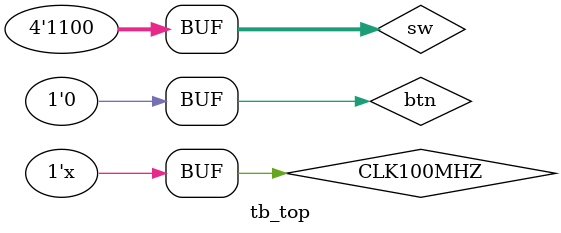
<source format=v>
`timescale 1ns / 1ps

module tb_top(
);

parameter N_LEDS = 4;
parameter NB_COUNTER = 32;

reg CLK100MHZ;
reg [3:0] sw;
reg [0:0] btn;
wire led0_g;
wire led0_r;
wire led1_g;
wire led1_r;
wire led2_g;
wire led2_r;
wire led3_g;
wire led3_r;

top#(
.N_LEDS(N_LEDS),
.NB_COUNTER(NB_COUNTER)
)
u_top(
.CLK100MHZ(CLK100MHZ),
.sw(sw),
.btn(btn),
.led0_g(led0_g),
.led0_r(led0_r),
.led1_g(led1_g),
.led1_r(led1_r),
.led2_g(led2_g),
.led2_r(led2_r),
.led3_g(led3_g),
.led3_r(led3_r)
);

initial begin
    CLK100MHZ = 1'b0;
    sw = 4'b0000;
    btn = 1'b1;
    #20
    btn = 1'b0;
    #20
    sw = 4'b1100;
end

always #5 CLK100MHZ = ~CLK100MHZ;

endmodule

</source>
